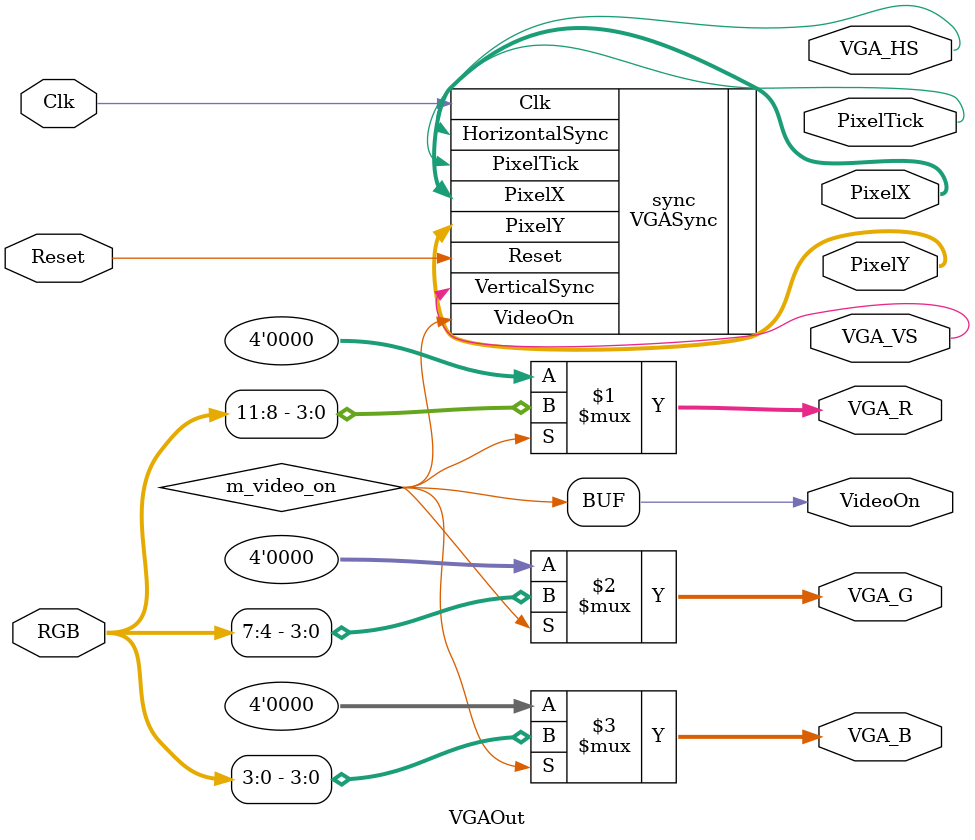
<source format=v>
module VGAOut
(
	input wire Clk,
	input wire Reset,
	
	/* pixel source */
	output wire VideoOn,
	output wire PixelTick,
	output wire [9:0] PixelX,
	output wire [9:0] PixelY,
	
	input wire [11:0] RGB,
	
	/* vga lines */
	output wire [3:0] VGA_R,
	output wire [3:0] VGA_G,
	output wire [3:0] VGA_B,
	
	output wire VGA_HS,
	output wire VGA_VS
);

wire m_video_on;

assign VideoOn = m_video_on;

assign VGA_R = m_video_on ? RGB[11:8] : 4'b0000;
assign VGA_G = m_video_on ? RGB[7:4]  : 4'b0000;
assign VGA_B = m_video_on ? RGB[3:0]  : 4'b0000;


VGASync sync
(
	.Clk(Clk),
	.Reset(Reset),
	
	.VideoOn(m_video_on),
	.PixelTick(PixelTick),
	.HorizontalSync(VGA_HS),
	.VerticalSync(VGA_VS),
	
	.PixelX(PixelX),
	.PixelY(PixelY)
);

endmodule


</source>
